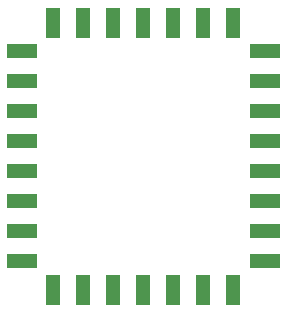
<source format=gtp>
%TF.GenerationSoftware,KiCad,Pcbnew,(5.1.9)-1*%
%TF.CreationDate,2021-12-11T15:05:51-08:00*%
%TF.ProjectId,VN-100Breakout,564e2d31-3030-4427-9265-616b6f75742e,rev?*%
%TF.SameCoordinates,Original*%
%TF.FileFunction,Paste,Top*%
%TF.FilePolarity,Positive*%
%FSLAX46Y46*%
G04 Gerber Fmt 4.6, Leading zero omitted, Abs format (unit mm)*
G04 Created by KiCad (PCBNEW (5.1.9)-1) date 2021-12-11 15:05:51*
%MOMM*%
%LPD*%
G01*
G04 APERTURE LIST*
%ADD10R,2.540000X1.143000*%
%ADD11R,1.143000X2.540000*%
G04 APERTURE END LIST*
D10*
%TO.C,U2*%
X143383000Y-88900000D03*
X163957000Y-88900000D03*
X163957000Y-106680000D03*
X163957000Y-104140000D03*
X163957000Y-101600000D03*
X163957000Y-99060000D03*
X163957000Y-96520000D03*
X163957000Y-93980000D03*
X143383000Y-104140000D03*
X143383000Y-106680000D03*
X143383000Y-101600000D03*
X143383000Y-99060000D03*
X143383000Y-96520000D03*
X143383000Y-93980000D03*
X143383000Y-91440000D03*
X163957000Y-91440000D03*
D11*
X146050000Y-109093000D03*
X148590000Y-109093000D03*
X151130000Y-109093000D03*
X153670000Y-109093000D03*
X156210000Y-109093000D03*
X158750000Y-109093000D03*
X146050000Y-86487000D03*
X148590000Y-86487000D03*
X151130000Y-86487000D03*
X153670000Y-86487000D03*
X156210000Y-86487000D03*
X158750000Y-86487000D03*
X161290000Y-109093000D03*
X161290000Y-86487000D03*
%TD*%
M02*

</source>
